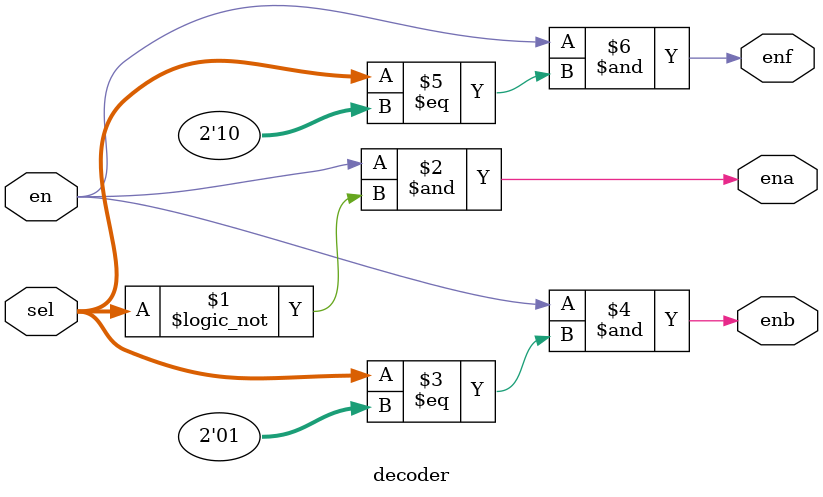
<source format=v>
module decoder (
    input en, 
    input [1:0] sel,
    output ena, enb ,enf
);
    assign ena = en & (sel == 2'b00);
    assign enb = en & (sel == 2'b01);
    assign enf = en & (sel == 2'b10);
endmodule
</source>
